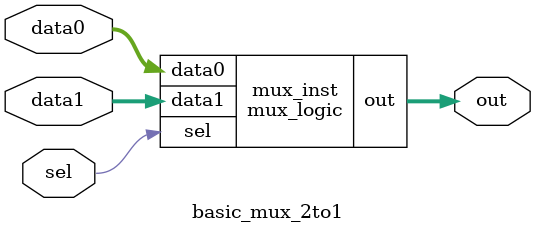
<source format=sv>

module mux_logic(
    input [7:0] data0, data1,
    input sel,
    output reg [7:0] out
);
    always @(*) begin
        if (sel) begin
            out = data1;
        end else begin
            out = data0;
        end
    end
endmodule

// Top-level module
module basic_mux_2to1(
    input [7:0] data0, data1,
    input sel,
    output [7:0] out
);
    // Instance of the mux logic submodule
    mux_logic mux_inst (
        .data0(data0),
        .data1(data1),
        .sel(sel),
        .out(out)
    );
endmodule
</source>
